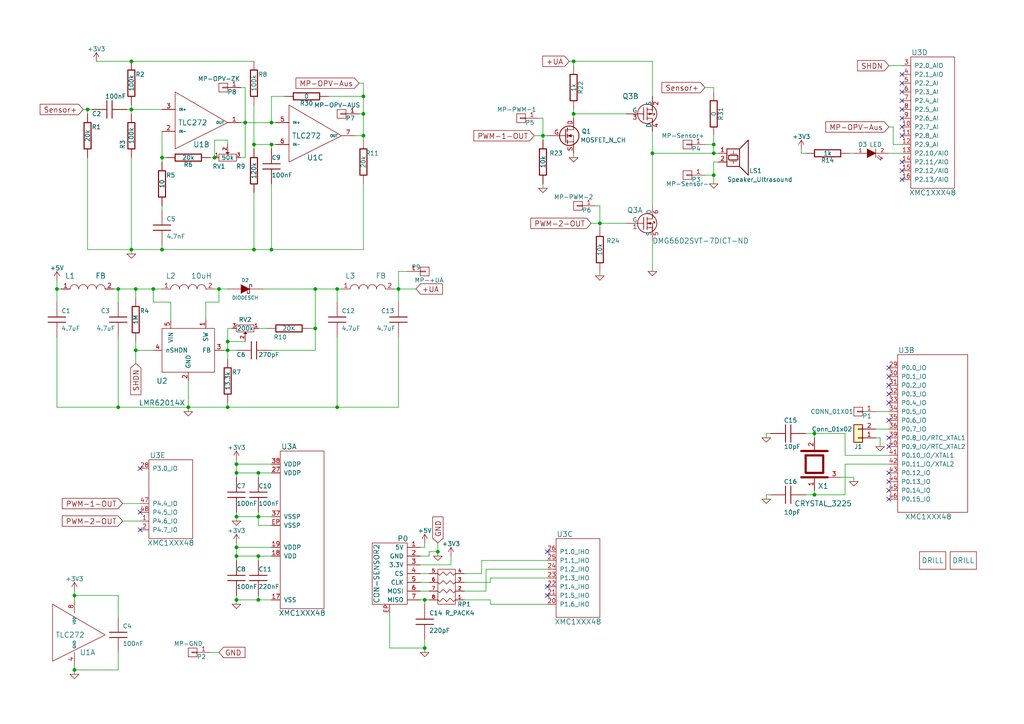
<source format=kicad_sch>
(kicad_sch (version 20230121) (generator eeschema)
  (paper "A4")
  (lib_symbols
    (symbol "Ultraschallsensor-rescue:+3.3V" (power) (pin_names (offset 0))
      (property "Value" "+3.3V" (at 0 3.556 0))
      (symbol "+3.3V_1_1"
        (pin power_in line (at 0 0 90) (length 0) hide (name "+3V3") (number "1"))
      )
    )
    (symbol "Ultraschallsensor-rescue:+5V" (power) (pin_names (offset 0))
      (property "Value" "+5V" (at 0 3.556 0))
      (symbol "+5V_1_1"
        (pin power_in line (at 0 0 90) (length 0) hide (name "+5V") (number "1"))
      )
    )
    (symbol "Ultraschallsensor-rescue:C" (pin_numbers hide) (pin_names (offset 0.254))
      (property "Reference" "C" (at 1.27 2.54 0))
      (property "Value" "C" (at 1.27 -2.54 0))
      (symbol "C_1_1"
        (pin passive line (at 0 5.08 270) (length 4.318) (name "~") (number "1"))
        (pin passive line (at 0 -5.08 90) (length 4.318) (name "~") (number "2"))
      )
    )
    (symbol "Ultraschallsensor-rescue:CON-SENSOR2" (pin_names (offset 1.016))
      (property "Reference" "P" (at -3.81 10.16 0))
      (property "Value" "CON-SENSOR2" (at 3.81 0 90))
      (symbol "CON-SENSOR2_1_1"
        (pin passive line (at -8.89 7.62 0) (length 3.81) (name "5V") (number "1"))
        (pin passive line (at -8.89 5.08 0) (length 3.81) (name "GND") (number "2"))
        (pin passive line (at -8.89 2.54 0) (length 3.81) (name "3.3V") (number "3"))
        (pin passive line (at -8.89 0 0) (length 3.81) (name "CS") (number "4"))
        (pin passive line (at -8.89 -2.54 0) (length 3.81) (name "CLK") (number "5"))
        (pin passive line (at -8.89 -5.08 0) (length 3.81) (name "MOSI") (number "6"))
        (pin passive line (at -8.89 -7.62 0) (length 3.81) (name "MISO") (number "7"))
        (pin passive line (at 0 -11.43 90) (length 2.54) (name "~") (number "EP"))
      )
    )
    (symbol "Ultraschallsensor-rescue:CONN_01X01" (pin_names (offset 1.016) hide)
      (property "Reference" "P" (at 0 2.54 0))
      (property "Value" "CONN_01X01" (at 2.54 0 90))
      (symbol "CONN_01X01_1_1"
        (pin passive line (at -5.08 0 0) (length 3.81) (name "P1") (number "1"))
      )
    )
    (symbol "Ultraschallsensor-rescue:CRYSTAL_3225" (pin_names (offset 1.016))
      (property "Reference" "X" (at -5.08 6.35 0))
      (property "Value" "CRYSTAL_3225" (at 6.35 -6.35 0))
      (symbol "CRYSTAL_3225_1_1"
        (pin passive line (at -7.62 0 0) (length 3.81) (name "~") (number "1"))
        (pin passive line (at 7.62 0 180) (length 3.81) (name "~") (number "2"))
        (pin passive line (at -3.81 -7.62 90) (length 3.81) (name "~") (number "3"))
      )
    )
    (symbol "Ultraschallsensor-rescue:Conn_01x02" (pin_names (offset 1.016) hide)
      (property "Reference" "J" (at 0 2.54 0))
      (property "Value" "Conn_01x02" (at 0 -5.08 0))
      (symbol "Conn_01x02_1_1"
        (pin passive line (at -5.08 0 0) (length 3.81) (name "Pin_1") (number "1"))
        (pin passive line (at -5.08 -2.54 0) (length 3.81) (name "Pin_2") (number "2"))
      )
    )
    (symbol "Ultraschallsensor-rescue:DIODESCH" (pin_numbers hide) (pin_names (offset 1.016) hide)
      (property "Reference" "D" (at 0 2.54 0))
      (property "Value" "DIODESCH" (at 0 -2.54 0))
      (symbol "DIODESCH_1_1"
        (pin passive line (at -5.08 0 0) (length 3.81) (name "A") (number "1"))
        (pin passive line (at 5.08 0 180) (length 3.81) (name "K") (number "2"))
      )
    )
    (symbol "Ultraschallsensor-rescue:DRILL" (pin_numbers hide) (pin_names (offset 0) hide)
      (property "Value" "DRILL" (at 0 0 0))
    )
    (symbol "Ultraschallsensor-rescue:GND" (power) (pin_names (offset 0))
      (symbol "GND_1_1"
        (pin power_in line (at 0 0 90) (length 0) hide (name "GND") (number "1"))
      )
    )
    (symbol "Ultraschallsensor-rescue:INDUCTOR" (pin_names (offset 1.016))
      (property "Reference" "L" (at 0 2.54 0))
      (property "Value" "INDUCTOR" (at 0 -2.54 0))
      (symbol "INDUCTOR_1_1"
        (pin input line (at -7.62 0 0) (length 2.54) (name "~") (number "1"))
        (pin input line (at 7.62 0 180) (length 2.54) (name "~") (number "2"))
      )
    )
    (symbol "Ultraschallsensor-rescue:LED" (pin_names (offset 1.016) hide)
      (property "Reference" "D" (at 0 2.54 0))
      (property "Value" "LED" (at 0 -2.54 0))
      (symbol "LED_1_1"
        (pin passive line (at -5.08 0 0) (length 3.81) (name "A") (number "1"))
        (pin passive line (at 5.08 0 180) (length 3.81) (name "K") (number "2"))
      )
    )
    (symbol "Ultraschallsensor-rescue:LMR62014X" (pin_names (offset 1.016))
      (property "Reference" "U" (at -7.62 -7.62 0))
      (property "Value" "LMR62014X" (at 7.62 -7.62 0))
      (symbol "LMR62014X_1_1"
        (pin input line (at 5.08 8.89 270) (length 2.54) (name "SW") (number "1"))
        (pin input line (at 0 -8.89 90) (length 2.54) (name "GND") (number "2"))
        (pin input line (at 10.16 0 180) (length 2.54) (name "FB") (number "3"))
        (pin input line (at -10.16 0 0) (length 2.54) (name "nSHDN") (number "4"))
        (pin input line (at -5.08 8.89 270) (length 2.54) (name "VIN") (number "5"))
      )
    )
    (symbol "Ultraschallsensor-rescue:MOSFET_N_CH" (pin_names (offset 0) hide)
      (property "Reference" "Q" (at 7.62 1.27 0))
      (property "Value" "MOSFET_N_CH" (at 17.78 -1.27 0))
      (symbol "MOSFET_N_CH_1_1"
        (pin passive line (at 2.54 5.08 270) (length 2.54) (name "D") (number "D"))
        (pin input line (at -5.08 0 0) (length 5.334) (name "G") (number "G"))
        (pin passive line (at 2.54 -5.08 90) (length 2.54) (name "S") (number "S"))
      )
    )
    (symbol "Ultraschallsensor-rescue:MOSFET_N_P_CH" (pin_names (offset 0))
      (property "Reference" "Q" (at -4.064 -5.08 0))
      (property "Value" "MOSFET_N_P_CH" (at -0.762 -8.128 0))
      (symbol "MOSFET_N_P_CH_1_0"
        (text "N" (at 3.048 0.254 0) (effects (font (size 0.6096 0.6096))))
      )
      (symbol "MOSFET_N_P_CH_1_1"
        (pin input line (at -5.08 0 0) (length 5.08) (name "G") (number "1"))
        (pin bidirectional line (at 2.54 -5.08 90) (length 4.0894) (name "S") (number "5"))
        (pin bidirectional line (at 2.54 5.08 270) (length 3.5052) (name "D") (number "6"))
      )
      (symbol "MOSFET_N_P_CH_2_0"
        (text "P" (at 3.048 0.254 0) (effects (font (size 0.6096 0.6096))))
      )
      (symbol "MOSFET_N_P_CH_2_1"
        (pin bidirectional line (at 2.54 -5.08 90) (length 4.0894) (name "S") (number "2"))
        (pin input line (at -5.08 0 0) (length 5.08) (name "G") (number "3"))
        (pin bidirectional line (at 2.54 5.08 270) (length 3.5052) (name "D") (number "4"))
      )
    )
    (symbol "Ultraschallsensor-rescue:POT" (pin_names (offset 1.016) hide)
      (property "Reference" "RV" (at 0 -2.032 0))
      (property "Value" "POT" (at 0 0 0))
      (symbol "POT_1_1"
        (pin passive line (at -3.81 0 0) (length 1.27) (name "1") (number "1"))
        (pin passive line (at 0 3.81 270) (length 2.54) (name "2") (number "2"))
        (pin passive line (at 3.81 0 180) (length 1.27) (name "3") (number "3"))
      )
    )
    (symbol "Ultraschallsensor-rescue:R" (pin_numbers hide) (pin_names (offset 0))
      (property "Reference" "R" (at 2.032 0 90))
      (property "Value" "R" (at 0 0 90))
      (symbol "R_1_1"
        (pin passive line (at 0 6.35 270) (length 2.54) (name "~") (number "1"))
        (pin passive line (at 0 -6.35 90) (length 2.54) (name "~") (number "2"))
      )
    )
    (symbol "Ultraschallsensor-rescue:R_PACK4" (pin_names hide)
      (property "Reference" "RP" (at 0 11.43 0))
      (property "Value" "R_PACK4" (at 0 -1.27 0))
      (symbol "R_PACK4_1_1"
        (pin passive line (at -5.08 8.89 0) (length 2.54) (name "P1") (number "1"))
        (pin passive line (at -5.08 6.35 0) (length 2.54) (name "P2") (number "2"))
        (pin passive line (at -5.08 3.81 0) (length 2.54) (name "P3") (number "3"))
        (pin passive line (at -5.08 1.27 0) (length 2.54) (name "P4") (number "4"))
        (pin passive line (at 5.08 1.27 180) (length 2.54) (name "R4") (number "5"))
        (pin passive line (at 5.08 3.81 180) (length 2.54) (name "R3") (number "6"))
        (pin passive line (at 5.08 6.35 180) (length 2.54) (name "R2") (number "7"))
        (pin passive line (at 5.08 8.89 180) (length 2.54) (name "R1") (number "8"))
      )
    )
    (symbol "Ultraschallsensor-rescue:Speaker_Ultrasound" (pin_names (offset 0) hide)
      (property "Reference" "LS" (at 0.635 5.715 0))
      (property "Value" "Speaker_Ultrasound" (at 0.635 3.81 0))
      (symbol "Speaker_Ultrasound_1_1"
        (pin input line (at -5.08 0 0) (length 2.54) (name "1") (number "1"))
        (pin input line (at -5.08 -2.54 0) (length 2.54) (name "2") (number "2"))
      )
    )
    (symbol "Ultraschallsensor-rescue:TLC272" (pin_names (offset 1.016))
      (property "Reference" "U" (at -7.62 11.43 0))
      (property "Value" "TLC272" (at -2.54 0 0))
      (symbol "TLC272_1_1"
        (pin power_in line (at -1.27 -8.89 90) (length 3.81) (name "GND") (number "4"))
        (pin power_in line (at -1.27 10.16 270) (length 3.81) (name "VDD") (number "8"))
      )
      (symbol "TLC272_2_1"
        (pin output line (at 11.43 0 180) (length 3.81) (name "OUT") (number "1"))
        (pin input line (at -11.43 -2.54 0) (length 3.81) (name "IN-") (number "2"))
        (pin input line (at -11.43 3.81 0) (length 3.81) (name "IN+") (number "3"))
      )
      (symbol "TLC272_3_1"
        (pin input line (at -11.43 3.81 0) (length 3.81) (name "IN+") (number "5"))
        (pin input line (at -11.43 -2.54 0) (length 3.81) (name "IN-") (number "6"))
        (pin output line (at 11.43 0 180) (length 3.81) (name "OUT") (number "7"))
      )
    )
    (symbol "Ultraschallsensor-rescue:XMC1XXX48" (pin_names (offset 1.016))
      (property "Reference" "U" (at -3.81 24.13 0))
      (property "Value" "XMC1XXX48" (at 0 -25.4 0))
      (symbol "XMC1XXX48_1_1"
        (pin passive line (at -8.89 -20.32 0) (length 2.54) (name "VSS") (number "17"))
        (pin passive line (at -8.89 -7.62 0) (length 2.54) (name "VDD") (number "18"))
        (pin passive line (at -8.89 -5.08 0) (length 2.54) (name "VDDP") (number "19"))
        (pin passive line (at -8.89 16.51 0) (length 2.54) (name "VDDP") (number "27"))
        (pin passive line (at -8.89 3.81 0) (length 2.54) (name "VSSP") (number "37"))
        (pin passive line (at -8.89 19.05 0) (length 2.54) (name "VDDP") (number "38"))
        (pin passive line (at -8.89 1.27 0) (length 2.54) (name "VSSP") (number "EP"))
      )
      (symbol "XMC1XXX48_2_1"
        (pin passive line (at -8.89 19.05 0) (length 2.54) (name "P0.0_IO") (number "29"))
        (pin passive line (at -8.89 16.51 0) (length 2.54) (name "P0.1_IO") (number "30"))
        (pin passive line (at -8.89 13.97 0) (length 2.54) (name "P0.2_IO") (number "31"))
        (pin passive line (at -8.89 11.43 0) (length 2.54) (name "P0.3_IO") (number "32"))
        (pin passive line (at -8.89 8.89 0) (length 2.54) (name "P0.4_IO") (number "33"))
        (pin passive line (at -8.89 6.35 0) (length 2.54) (name "P0.5_IO") (number "34"))
        (pin passive line (at -8.89 3.81 0) (length 2.54) (name "P0.6_IO") (number "35"))
        (pin passive line (at -8.89 1.27 0) (length 2.54) (name "P0.7_IO") (number "36"))
        (pin passive line (at -8.89 -1.27 0) (length 2.54) (name "P0.8_IO/RTC_XTAL1") (number "39"))
        (pin passive line (at -8.89 -3.81 0) (length 2.54) (name "P0.9_IO/RTC_XTAL2") (number "40"))
        (pin passive line (at -8.89 -6.35 0) (length 2.54) (name "P0.10_IO/XTAL1") (number "41"))
        (pin passive line (at -8.89 -8.89 0) (length 2.54) (name "P0.11_IO/XTAL2") (number "42"))
        (pin passive line (at -8.89 -11.43 0) (length 2.54) (name "P0.12_IO") (number "43"))
        (pin passive line (at -8.89 -13.97 0) (length 2.54) (name "P0.13_IO") (number "44"))
        (pin passive line (at -8.89 -16.51 0) (length 2.54) (name "P0.14_IO") (number "45"))
        (pin passive line (at -8.89 -19.05 0) (length 2.54) (name "P0.15_IO") (number "46"))
      )
      (symbol "XMC1XXX48_3_1"
        (pin passive line (at -8.89 -7.62 0) (length 2.54) (name "P1.6_IHO") (number "20"))
        (pin passive line (at -8.89 -5.08 0) (length 2.54) (name "P1.5_IHO") (number "21"))
        (pin passive line (at -8.89 -2.54 0) (length 2.54) (name "P1.4_IHO") (number "22"))
        (pin passive line (at -8.89 0 0) (length 2.54) (name "P1.3_IHO") (number "23"))
        (pin passive line (at -8.89 2.54 0) (length 2.54) (name "P1.2_IHO") (number "24"))
        (pin passive line (at -8.89 5.08 0) (length 2.54) (name "P1.1_IHO") (number "25"))
        (pin passive line (at -8.89 7.62 0) (length 2.54) (name "P1.0_IHO") (number "26"))
      )
      (symbol "XMC1XXX48_4_1"
        (pin passive line (at -8.89 -5.08 0) (length 2.54) (name "P2.7_AI") (number "10"))
        (pin passive line (at -8.89 -7.62 0) (length 2.54) (name "P2.8_AI") (number "11"))
        (pin passive line (at -8.89 -10.16 0) (length 2.54) (name "P2.9_AI") (number "12"))
        (pin passive line (at -8.89 -12.7 0) (length 2.54) (name "P2.10/AIO") (number "13"))
        (pin passive line (at -8.89 -15.24 0) (length 2.54) (name "P2.11/AIO") (number "14"))
        (pin passive line (at -8.89 -17.78 0) (length 2.54) (name "P2.12/AIO") (number "15"))
        (pin passive line (at -8.89 -20.32 0) (length 2.54) (name "P2.13/AIO") (number "16"))
        (pin passive line (at -8.89 12.7 0) (length 2.54) (name "P2.0_AIO") (number "3"))
        (pin passive line (at -8.89 10.16 0) (length 2.54) (name "P2.1_AIO") (number "4"))
        (pin passive line (at -8.89 7.62 0) (length 2.54) (name "P2.2_AI") (number "5"))
        (pin passive line (at -8.89 5.08 0) (length 2.54) (name "P2.3_AI") (number "6"))
        (pin passive line (at -8.89 2.54 0) (length 2.54) (name "P2.4_AI") (number "7"))
        (pin passive line (at -8.89 0 0) (length 2.54) (name "P2.5_AI") (number "8"))
        (pin passive line (at -8.89 -2.54 0) (length 2.54) (name "P2.6_AI") (number "9"))
      )
      (symbol "XMC1XXX48_5_1"
        (pin passive line (at -8.89 -7.62 0) (length 2.54) (name "P4.6_IO") (number "1"))
        (pin passive line (at -8.89 -10.16 0) (length 2.54) (name "P4.7_IO") (number "2"))
        (pin passive line (at -8.89 7.62 0) (length 2.54) (name "P3.0_IO") (number "28"))
        (pin passive line (at -8.89 -2.54 0) (length 2.54) (name "P4.4_IO") (number "47"))
        (pin passive line (at -8.89 -5.08 0) (length 2.54) (name "P4.5_IO") (number "48"))
      )
    )
  )
  (junction (at 97.79 118.11))
  (junction (at 21.59 172.72))
  (junction (at 44.45 83.82))
  (junction (at 38.1 72.39))
  (junction (at 78.74 72.39))
  (junction (at 66.04 99.06))
  (junction (at 236.22 143.51))
  (junction (at 66.04 118.11))
  (junction (at 166.37 33.02))
  (junction (at 16.51 83.82))
  (junction (at 74.93 137.16))
  (junction (at 78.74 41.91))
  (junction (at 68.58 137.16))
  (junction (at 71.12 35.56))
  (junction (at 74.93 173.99))
  (junction (at 38.1 17.78))
  (junction (at 115.57 83.82))
  (junction (at 127 160.02))
  (junction (at 73.66 72.39))
  (junction (at 189.23 44.45))
  (junction (at 25.4 31.75))
  (junction (at 236.22 125.73))
  (junction (at 68.58 149.86))
  (junction (at 73.66 41.91))
  (junction (at 123.19 173.99))
  (junction (at 63.5 83.82))
  (junction (at 207.01 44.45))
  (junction (at 46.99 45.72))
  (junction (at 66.04 101.6))
  (junction (at 105.41 39.37))
  (junction (at 207.01 41.91))
  (junction (at 68.58 134.62))
  (junction (at 74.93 149.86))
  (junction (at 34.29 83.82))
  (junction (at 68.58 161.29))
  (junction (at 21.59 194.31))
  (junction (at 78.74 35.56))
  (junction (at 39.37 83.82))
  (junction (at 39.37 101.6))
  (junction (at 97.79 83.82))
  (junction (at 157.48 39.37))
  (junction (at 105.41 27.94))
  (junction (at 166.37 17.78))
  (junction (at 207.01 50.8))
  (junction (at 91.44 95.25))
  (junction (at 105.41 33.02))
  (junction (at 34.29 118.11))
  (junction (at 173.99 64.77))
  (junction (at 46.99 72.39))
  (junction (at 74.93 161.29))
  (junction (at 68.58 158.75))
  (junction (at 68.58 173.99))
  (junction (at 62.23 45.72))
  (junction (at 123.19 187.96))
  (junction (at 91.44 83.82))
  (junction (at 54.61 118.11))
  (junction (at 38.1 31.75))
  (no_connect (at 261.62 39.37))
  (no_connect (at 261.62 36.83))
  (no_connect (at 261.62 21.59))
  (no_connect (at 257.81 144.78))
  (no_connect (at 257.81 111.76))
  (no_connect (at 261.62 31.75))
  (no_connect (at 257.81 129.54))
  (no_connect (at 257.81 109.22))
  (no_connect (at 261.62 34.29))
  (no_connect (at 257.81 114.3))
  (no_connect (at 261.62 26.67))
  (no_connect (at 257.81 127))
  (no_connect (at 158.75 172.72))
  (no_connect (at 158.75 170.18))
  (no_connect (at 257.81 116.84))
  (no_connect (at 40.64 153.67))
  (no_connect (at 261.62 24.13))
  (no_connect (at 158.75 160.02))
  (no_connect (at 261.62 29.21))
  (no_connect (at 257.81 142.24))
  (no_connect (at 261.62 46.99))
  (no_connect (at 257.81 106.68))
  (no_connect (at 40.64 148.59))
  (no_connect (at 257.81 121.92))
  (no_connect (at 257.81 139.7))
  (no_connect (at 257.81 137.16))
  (no_connect (at 40.64 135.89))
  (no_connect (at 261.62 52.07))
  (no_connect (at 261.62 49.53))
  (wire (pts (xy 243.84 138.43) (xy 247.65 138.43)))
  (wire (pts (xy 74.93 173.99) (xy 78.74 173.99)))
  (wire (pts (xy 105.41 39.37) (xy 102.87 39.37)))
  (wire (pts (xy 115.57 78.74) (xy 115.57 83.82)))
  (wire (pts (xy 123.19 173.99) (xy 124.46 173.99)))
  (wire (pts (xy 25.4 31.75) (xy 26.67 31.75)))
  (wire (pts (xy 21.59 194.31) (xy 21.59 195.58)))
  (wire (pts (xy 142.24 167.64) (xy 142.24 168.91)))
  (wire (pts (xy 134.62 173.99) (xy 142.24 173.99)))
  (wire (pts (xy 173.99 59.69) (xy 173.99 64.77)))
  (wire (pts (xy 189.23 69.85) (xy 189.23 78.74)))
  (wire (pts (xy 25.4 72.39) (xy 38.1 72.39)))
  (wire (pts (xy 68.58 134.62) (xy 78.74 134.62)))
  (wire (pts (xy 66.04 116.84) (xy 66.04 118.11)))
  (wire (pts (xy 66.04 101.6) (xy 66.04 104.14)))
  (wire (pts (xy 91.44 101.6) (xy 78.74 101.6)))
  (wire (pts (xy 123.19 158.75) (xy 123.19 157.48)))
  (wire (pts (xy 105.41 72.39) (xy 105.41 53.34)))
  (wire (pts (xy 54.61 118.11) (xy 66.04 118.11)))
  (wire (pts (xy 46.99 60.96) (xy 46.99 59.69)))
  (wire (pts (xy 121.92 163.83) (xy 130.81 163.83)))
  (wire (pts (xy 68.58 157.48) (xy 68.58 158.75)))
  (wire (pts (xy 21.59 193.04) (xy 21.59 194.31)))
  (wire (pts (xy 78.74 72.39) (xy 105.41 72.39)))
  (wire (pts (xy 259.08 41.91) (xy 259.08 36.83)))
  (wire (pts (xy 59.69 92.71) (xy 59.69 87.63)))
  (wire (pts (xy 104.14 24.13) (xy 105.41 24.13)))
  (wire (pts (xy 34.29 87.63) (xy 34.29 83.82)))
  (wire (pts (xy 68.58 137.16) (xy 74.93 137.16)))
  (wire (pts (xy 78.74 72.39) (xy 78.74 53.34)))
  (wire (pts (xy 71.12 25.4) (xy 71.12 35.56)))
  (wire (pts (xy 142.24 167.64) (xy 158.75 167.64)))
  (wire (pts (xy 68.58 173.99) (xy 74.93 173.99)))
  (wire (pts (xy 66.04 40.64) (xy 66.04 41.91)))
  (wire (pts (xy 74.93 95.25) (xy 77.47 95.25)))
  (wire (pts (xy 68.58 148.59) (xy 68.58 149.86)))
  (wire (pts (xy 16.51 83.82) (xy 16.51 87.63)))
  (wire (pts (xy 166.37 17.78) (xy 189.23 17.78)))
  (wire (pts (xy 46.99 72.39) (xy 73.66 72.39)))
  (wire (pts (xy 121.92 173.99) (xy 123.19 173.99)))
  (wire (pts (xy 68.58 137.16) (xy 68.58 138.43)))
  (wire (pts (xy 74.93 149.86) (xy 74.93 152.4)))
  (wire (pts (xy 97.79 83.82) (xy 99.06 83.82)))
  (wire (pts (xy 74.93 149.86) (xy 78.74 149.86)))
  (wire (pts (xy 139.7 162.56) (xy 158.75 162.56)))
  (wire (pts (xy 121.92 166.37) (xy 124.46 166.37)))
  (wire (pts (xy 157.48 34.29) (xy 157.48 39.37)))
  (wire (pts (xy 257.81 44.45) (xy 261.62 44.45)))
  (wire (pts (xy 39.37 83.82) (xy 44.45 83.82)))
  (wire (pts (xy 171.45 64.77) (xy 173.99 64.77)))
  (wire (pts (xy 16.51 83.82) (xy 17.78 83.82)))
  (wire (pts (xy 245.11 132.08) (xy 257.81 132.08)))
  (wire (pts (xy 105.41 33.02) (xy 105.41 39.37)))
  (wire (pts (xy 97.79 83.82) (xy 97.79 87.63)))
  (wire (pts (xy 38.1 31.75) (xy 46.99 31.75)))
  (wire (pts (xy 64.77 101.6) (xy 66.04 101.6)))
  (wire (pts (xy 76.2 83.82) (xy 91.44 83.82)))
  (wire (pts (xy 66.04 95.25) (xy 67.31 95.25)))
  (wire (pts (xy 27.94 17.78) (xy 38.1 17.78)))
  (wire (pts (xy 74.93 148.59) (xy 74.93 149.86)))
  (wire (pts (xy 257.81 124.46) (xy 254 124.46)))
  (wire (pts (xy 68.58 149.86) (xy 74.93 149.86)))
  (wire (pts (xy 173.99 78.74) (xy 173.99 80.01)))
  (wire (pts (xy 39.37 101.6) (xy 39.37 105.41)))
  (wire (pts (xy 233.68 143.51) (xy 236.22 143.51)))
  (wire (pts (xy 54.61 118.11) (xy 54.61 119.38)))
  (wire (pts (xy 71.12 99.06) (xy 66.04 99.06)))
  (wire (pts (xy 123.19 187.96) (xy 123.19 189.23)))
  (wire (pts (xy 245.11 143.51) (xy 245.11 134.62)))
  (wire (pts (xy 25.4 31.75) (xy 25.4 33.02)))
  (wire (pts (xy 236.22 125.73) (xy 245.11 125.73)))
  (wire (pts (xy 34.29 172.72) (xy 34.29 179.07)))
  (wire (pts (xy 68.58 161.29) (xy 68.58 162.56)))
  (wire (pts (xy 74.93 137.16) (xy 78.74 137.16)))
  (wire (pts (xy 91.44 83.82) (xy 91.44 95.25)))
  (wire (pts (xy 166.37 17.78) (xy 166.37 19.05)))
  (wire (pts (xy 44.45 87.63) (xy 44.45 83.82)))
  (wire (pts (xy 78.74 43.18) (xy 78.74 41.91)))
  (wire (pts (xy 46.99 72.39) (xy 46.99 71.12)))
  (wire (pts (xy 130.81 163.83) (xy 130.81 161.29)))
  (wire (pts (xy 91.44 83.82) (xy 97.79 83.82)))
  (wire (pts (xy 44.45 83.82) (xy 46.99 83.82)))
  (wire (pts (xy 73.66 72.39) (xy 78.74 72.39)))
  (wire (pts (xy 207.01 25.4) (xy 204.47 25.4)))
  (wire (pts (xy 207.01 50.8) (xy 207.01 53.34)))
  (wire (pts (xy 140.97 165.1) (xy 158.75 165.1)))
  (wire (pts (xy 68.58 133.35) (xy 68.58 134.62)))
  (wire (pts (xy 222.25 125.73) (xy 223.52 125.73)))
  (wire (pts (xy 127 160.02) (xy 127 161.29)))
  (wire (pts (xy 59.69 87.63) (xy 63.5 87.63)))
  (wire (pts (xy 34.29 83.82) (xy 39.37 83.82)))
  (wire (pts (xy 66.04 99.06) (xy 66.04 101.6)))
  (wire (pts (xy 105.41 39.37) (xy 105.41 40.64)))
  (wire (pts (xy 157.48 39.37) (xy 157.48 40.64)))
  (wire (pts (xy 154.94 39.37) (xy 157.48 39.37)))
  (wire (pts (xy 104.14 33.02) (xy 105.41 33.02)))
  (wire (pts (xy 74.93 161.29) (xy 74.93 162.56)))
  (wire (pts (xy 105.41 24.13) (xy 105.41 27.94)))
  (wire (pts (xy 68.58 173.99) (xy 68.58 175.26)))
  (wire (pts (xy 124.46 161.29) (xy 124.46 160.02)))
  (wire (pts (xy 90.17 95.25) (xy 91.44 95.25)))
  (wire (pts (xy 140.97 165.1) (xy 140.97 171.45)))
  (wire (pts (xy 97.79 118.11) (xy 115.57 118.11)))
  (wire (pts (xy 207.01 41.91) (xy 207.01 44.45)))
  (wire (pts (xy 173.99 64.77) (xy 173.99 66.04)))
  (wire (pts (xy 34.29 194.31) (xy 21.59 194.31)))
  (wire (pts (xy 78.74 27.94) (xy 78.74 35.56)))
  (wire (pts (xy 142.24 173.99) (xy 142.24 175.26)))
  (wire (pts (xy 173.99 64.77) (xy 181.61 64.77)))
  (wire (pts (xy 78.74 35.56) (xy 80.01 35.56)))
  (wire (pts (xy 54.61 110.49) (xy 54.61 118.11)))
  (wire (pts (xy 222.25 127) (xy 222.25 125.73)))
  (wire (pts (xy 74.93 152.4) (xy 78.74 152.4)))
  (wire (pts (xy 157.48 39.37) (xy 158.75 39.37)))
  (wire (pts (xy 63.5 87.63) (xy 63.5 83.82)))
  (wire (pts (xy 16.51 81.28) (xy 16.51 83.82)))
  (wire (pts (xy 36.83 31.75) (xy 38.1 31.75)))
  (wire (pts (xy 115.57 118.11) (xy 115.57 97.79)))
  (wire (pts (xy 121.92 158.75) (xy 123.19 158.75)))
  (wire (pts (xy 166.37 33.02) (xy 181.61 33.02)))
  (wire (pts (xy 121.92 171.45) (xy 124.46 171.45)))
  (wire (pts (xy 254 127) (xy 255.27 127)))
  (wire (pts (xy 38.1 45.72) (xy 38.1 72.39)))
  (wire (pts (xy 139.7 166.37) (xy 134.62 166.37)))
  (wire (pts (xy 245.11 125.73) (xy 245.11 132.08)))
  (wire (pts (xy 21.59 172.72) (xy 34.29 172.72)))
  (wire (pts (xy 166.37 31.75) (xy 166.37 33.02)))
  (wire (pts (xy 33.02 83.82) (xy 34.29 83.82)))
  (wire (pts (xy 73.66 30.48) (xy 73.66 41.91)))
  (wire (pts (xy 245.11 134.62) (xy 257.81 134.62)))
  (wire (pts (xy 142.24 175.26) (xy 158.75 175.26)))
  (wire (pts (xy 82.55 27.94) (xy 78.74 27.94)))
  (wire (pts (xy 255.27 127) (xy 255.27 129.54)))
  (wire (pts (xy 189.23 17.78) (xy 189.23 27.94)))
  (wire (pts (xy 62.23 45.72) (xy 60.96 45.72)))
  (wire (pts (xy 233.68 44.45) (xy 232.41 44.45)))
  (wire (pts (xy 207.01 26.67) (xy 207.01 25.4)))
  (wire (pts (xy 189.23 44.45) (xy 189.23 59.69)))
  (wire (pts (xy 34.29 118.11) (xy 54.61 118.11)))
  (wire (pts (xy 24.13 31.75) (xy 25.4 31.75)))
  (wire (pts (xy 204.47 41.91) (xy 207.01 41.91)))
  (wire (pts (xy 78.74 41.91) (xy 80.01 41.91)))
  (wire (pts (xy 68.58 134.62) (xy 68.58 137.16)))
  (wire (pts (xy 66.04 101.6) (xy 68.58 101.6)))
  (wire (pts (xy 254 119.38) (xy 257.81 119.38)))
  (wire (pts (xy 95.25 27.94) (xy 105.41 27.94)))
  (wire (pts (xy 142.24 168.91) (xy 134.62 168.91)))
  (wire (pts (xy 66.04 118.11) (xy 97.79 118.11)))
  (wire (pts (xy 74.93 161.29) (xy 78.74 161.29)))
  (wire (pts (xy 46.99 45.72) (xy 46.99 46.99)))
  (wire (pts (xy 71.12 35.56) (xy 78.74 35.56)))
  (wire (pts (xy 207.01 46.99) (xy 207.01 50.8)))
  (wire (pts (xy 38.1 72.39) (xy 46.99 72.39)))
  (wire (pts (xy 74.93 173.99) (xy 74.93 172.72)))
  (wire (pts (xy 38.1 31.75) (xy 38.1 33.02)))
  (wire (pts (xy 39.37 86.36) (xy 39.37 83.82)))
  (wire (pts (xy 124.46 168.91) (xy 121.92 168.91)))
  (wire (pts (xy 69.85 35.56) (xy 71.12 35.56)))
  (wire (pts (xy 105.41 27.94) (xy 105.41 33.02)))
  (wire (pts (xy 208.28 46.99) (xy 207.01 46.99)))
  (wire (pts (xy 68.58 161.29) (xy 74.93 161.29)))
  (wire (pts (xy 189.23 44.45) (xy 207.01 44.45)))
  (wire (pts (xy 259.08 36.83) (xy 257.81 36.83)))
  (wire (pts (xy 207.01 44.45) (xy 208.28 44.45)))
  (wire (pts (xy 46.99 45.72) (xy 48.26 45.72)))
  (wire (pts (xy 246.38 44.45) (xy 247.65 44.45)))
  (wire (pts (xy 113.03 187.96) (xy 123.19 187.96)))
  (wire (pts (xy 207.01 50.8) (xy 204.47 50.8)))
  (wire (pts (xy 39.37 99.06) (xy 39.37 101.6)))
  (wire (pts (xy 78.74 158.75) (xy 68.58 158.75)))
  (wire (pts (xy 25.4 45.72) (xy 25.4 72.39)))
  (wire (pts (xy 166.37 44.45) (xy 166.37 45.72)))
  (wire (pts (xy 16.51 118.11) (xy 34.29 118.11)))
  (wire (pts (xy 157.48 53.34) (xy 157.48 54.61)))
  (wire (pts (xy 97.79 97.79) (xy 97.79 118.11)))
  (wire (pts (xy 157.48 34.29) (xy 156.21 34.29)))
  (wire (pts (xy 38.1 17.78) (xy 73.66 17.78)))
  (wire (pts (xy 232.41 44.45) (xy 232.41 43.18)))
  (wire (pts (xy 49.53 92.71) (xy 49.53 87.63)))
  (wire (pts (xy 62.23 45.72) (xy 62.23 40.64)))
  (wire (pts (xy 74.93 138.43) (xy 74.93 137.16)))
  (wire (pts (xy 124.46 160.02) (xy 127 160.02)))
  (wire (pts (xy 140.97 171.45) (xy 134.62 171.45)))
  (wire (pts (xy 127 157.48) (xy 127 160.02)))
  (wire (pts (xy 71.12 25.4) (xy 69.85 25.4)))
  (wire (pts (xy 34.29 97.79) (xy 34.29 118.11)))
  (wire (pts (xy 233.68 125.73) (xy 236.22 125.73)))
  (wire (pts (xy 44.45 101.6) (xy 39.37 101.6)))
  (wire (pts (xy 73.66 41.91) (xy 78.74 41.91)))
  (wire (pts (xy 236.22 143.51) (xy 245.11 143.51)))
  (wire (pts (xy 21.59 172.72) (xy 21.59 173.99)))
  (wire (pts (xy 165.1 17.78) (xy 166.37 17.78)))
  (wire (pts (xy 68.58 172.72) (xy 68.58 173.99)))
  (wire (pts (xy 236.22 142.24) (xy 236.22 143.51)))
  (wire (pts (xy 123.19 185.42) (xy 123.19 187.96)))
  (wire (pts (xy 40.64 151.13) (xy 35.56 151.13)))
  (wire (pts (xy 68.58 158.75) (xy 68.58 161.29)))
  (wire (pts (xy 60.96 189.23) (xy 63.5 189.23)))
  (wire (pts (xy 68.58 149.86) (xy 68.58 151.13)))
  (wire (pts (xy 71.12 35.56) (xy 71.12 45.72)))
  (wire (pts (xy 121.92 161.29) (xy 124.46 161.29)))
  (wire (pts (xy 49.53 87.63) (xy 44.45 87.63)))
  (wire (pts (xy 114.3 83.82) (xy 115.57 83.82)))
  (wire (pts (xy 173.99 59.69) (xy 172.72 59.69)))
  (wire (pts (xy 62.23 40.64) (xy 66.04 40.64)))
  (wire (pts (xy 261.62 41.91) (xy 259.08 41.91)))
  (wire (pts (xy 16.51 97.79) (xy 16.51 118.11)))
  (wire (pts (xy 123.19 175.26) (xy 123.19 173.99)))
  (wire (pts (xy 73.66 41.91) (xy 73.66 43.18)))
  (wire (pts (xy 247.65 138.43) (xy 247.65 139.7)))
  (wire (pts (xy 62.23 83.82) (xy 63.5 83.82)))
  (wire (pts (xy 166.37 33.02) (xy 166.37 34.29)))
  (wire (pts (xy 236.22 125.73) (xy 236.22 127)))
  (wire (pts (xy 40.64 146.05) (xy 35.56 146.05)))
  (wire (pts (xy 207.01 39.37) (xy 207.01 41.91)))
  (wire (pts (xy 46.99 38.1) (xy 46.99 45.72)))
  (wire (pts (xy 222.25 143.51) (xy 223.52 143.51)))
  (wire (pts (xy 71.12 45.72) (xy 69.85 45.72)))
  (wire (pts (xy 66.04 95.25) (xy 66.04 99.06)))
  (wire (pts (xy 63.5 83.82) (xy 66.04 83.82)))
  (wire (pts (xy 189.23 38.1) (xy 189.23 44.45)))
  (wire (pts (xy 91.44 95.25) (xy 91.44 101.6)))
  (wire (pts (xy 38.1 72.39) (xy 38.1 73.66)))
  (wire (pts (xy 115.57 83.82) (xy 120.65 83.82)))
  (wire (pts (xy 222.25 144.78) (xy 222.25 143.51)))
  (wire (pts (xy 21.59 171.45) (xy 21.59 172.72)))
  (wire (pts (xy 257.81 19.05) (xy 261.62 19.05)))
  (wire (pts (xy 38.1 30.48) (xy 38.1 31.75)))
  (wire (pts (xy 73.66 72.39) (xy 73.66 55.88)))
  (wire (pts (xy 115.57 83.82) (xy 115.57 87.63)))
  (wire (pts (xy 115.57 78.74) (xy 118.11 78.74)))
  (wire (pts (xy 139.7 162.56) (xy 139.7 166.37)))
  (wire (pts (xy 34.29 189.23) (xy 34.29 194.31)))
  (wire (pts (xy 113.03 187.96) (xy 113.03 177.8)))
  (global_label "PWM-1-OUT" (shape input) (at 35.56 146.05 180) (effects (font (size 1.524 1.524))) (property "Intersheetrefs" "${INTERSHEET_REFS}" (effects hide)))
  (global_label "SHDN" (shape input) (at 257.81 19.05 180) (effects (font (size 1.524 1.524))) (property "Intersheetrefs" "${INTERSHEET_REFS}" (effects hide)))
  (global_label "MP-OPV-Aus" (shape input) (at 257.81 36.83 180) (effects (font (size 1.524 1.524))) (property "Intersheetrefs" "${INTERSHEET_REFS}" (effects hide)))
  (global_label "+UA" (shape input) (at 165.1 17.78 180) (effects (font (size 1.524 1.524))) (property "Intersheetrefs" "${INTERSHEET_REFS}" (effects hide)))
  (global_label "SHDN" (shape input) (at 39.37 105.41 270) (effects (font (size 1.524 1.524))) (property "Intersheetrefs" "${INTERSHEET_REFS}" (effects hide)))
  (global_label "PWM-2-OUT" (shape input) (at 35.56 151.13 180) (effects (font (size 1.524 1.524))) (property "Intersheetrefs" "${INTERSHEET_REFS}" (effects hide)))
  (global_label "PWM-1-OUT" (shape input) (at 154.94 39.37 180) (effects (font (size 1.524 1.524))) (property "Intersheetrefs" "${INTERSHEET_REFS}" (effects hide)))
  (global_label "PWM-2-OUT" (shape input) (at 171.45 64.77 180) (effects (font (size 1.524 1.524))) (property "Intersheetrefs" "${INTERSHEET_REFS}" (effects hide)))
  (global_label "GND" (shape input) (at 63.5 189.23 0) (effects (font (size 1.524 1.524))) (property "Intersheetrefs" "${INTERSHEET_REFS}" (effects hide)))
  (global_label "GND" (shape input) (at 127 157.48 90) (effects (font (size 1.524 1.524))) (property "Intersheetrefs" "${INTERSHEET_REFS}" (effects hide)))
  (global_label "+UA" (shape input) (at 120.65 83.82 0) (effects (font (size 1.524 1.524))) (property "Intersheetrefs" "${INTERSHEET_REFS}" (effects hide)))
  (global_label "Sensor+" (shape input) (at 204.47 25.4 180) (effects (font (size 1.524 1.524))) (property "Intersheetrefs" "${INTERSHEET_REFS}" (effects hide)))
  (global_label "MP-OPV-Aus" (shape input) (at 104.14 24.13 180) (effects (font (size 1.524 1.524))) (property "Intersheetrefs" "${INTERSHEET_REFS}" (effects hide)))
  (global_label "Sensor+" (shape input) (at 24.13 31.75 180) (effects (font (size 1.524 1.524))) (property "Intersheetrefs" "${INTERSHEET_REFS}" (effects hide)))
  (symbol (lib_id "Ultraschallsensor-rescue:TLC272") (at 22.86 184.15 0) (unit 1)
    (property "Reference" "U1" (at 25.4 189.23 0) (effects (font (size 1.524 1.524))))
    (property "Value" "TLC272" (at 20.32 184.15 0) (effects (font (size 1.524 1.524))))
    (property "Footprint" "kicad-libraries:TSSOP8" (effects hide))
  )
  (symbol (lib_id "Ultraschallsensor-rescue:TLC272") (at 58.42 35.56 0) (unit 2)
    (property "Reference" "U1" (at 58.42 41.91 0) (effects (font (size 1.524 1.524))))
    (property "Value" "TLC272" (at 55.88 35.56 0) (effects (font (size 1.524 1.524))))
    (property "Footprint" "kicad-libraries:TSSOP8" (effects hide))
  )
  (symbol (lib_id "Ultraschallsensor-rescue:TLC272") (at 91.44 39.37 0) (unit 3)
    (property "Reference" "U1" (at 91.44 45.72 0) (effects (font (size 1.524 1.524))))
    (property "Value" "TLC272" (at 88.9 39.37 0) (effects (font (size 1.524 1.524))))
    (property "Footprint" "kicad-libraries:TSSOP8" (effects hide))
  )
  (symbol (lib_id "Ultraschallsensor-rescue:C") (at 31.75 31.75 270) (unit 1)
    (property "Reference" "C2" (at 26.67 33.02 90) (effects (justify left)))
    (property "Value" "100nF" (at 30.48 27.94 90) (effects (justify left)))
    (property "Footprint" "kicad-libraries:C0603F" (effects hide))
  )
  (symbol (lib_id "Ultraschallsensor-rescue:R") (at 38.1 24.13 0) (unit 1)
    (property "Reference" "R2" (at 40.64 21.59 0))
    (property "Value" "100k" (at 38.1 24.13 90))
    (property "Footprint" "kicad-libraries:R0603F" (effects hide))
  )
  (symbol (lib_id "Ultraschallsensor-rescue:R") (at 73.66 24.13 0) (unit 1)
    (property "Reference" "R8" (at 76.2 21.59 0))
    (property "Value" "100k" (at 73.66 24.13 90))
    (property "Footprint" "kicad-libraries:R0603F" (effects hide))
  )
  (symbol (lib_id "Ultraschallsensor-rescue:R") (at 25.4 39.37 0) (unit 1)
    (property "Reference" "R1" (at 27.94 36.83 0))
    (property "Value" "20k" (at 25.4 39.37 90))
    (property "Footprint" "kicad-libraries:R0603F" (effects hide))
  )
  (symbol (lib_id "Ultraschallsensor-rescue:R") (at 38.1 39.37 0) (unit 1)
    (property "Reference" "R3" (at 35.56 41.91 90))
    (property "Value" "100k" (at 38.1 39.37 90))
    (property "Footprint" "kicad-libraries:R0603F" (effects hide))
  )
  (symbol (lib_id "Ultraschallsensor-rescue:R") (at 54.61 45.72 270) (unit 1)
    (property "Reference" "R6" (at 54.61 47.752 90))
    (property "Value" "20k" (at 54.61 45.72 90))
    (property "Footprint" "kicad-libraries:R0603F" (effects hide))
  )
  (symbol (lib_id "Ultraschallsensor-rescue:R") (at 46.99 53.34 0) (unit 1)
    (property "Reference" "R5" (at 49.53 50.8 0))
    (property "Value" "10" (at 46.99 53.34 90))
    (property "Footprint" "kicad-libraries:R0603F" (effects hide))
  )
  (symbol (lib_id "Ultraschallsensor-rescue:R") (at 73.66 49.53 0) (unit 1)
    (property "Reference" "R9" (at 69.85 48.26 0))
    (property "Value" "120k" (at 73.66 49.53 90))
    (property "Footprint" "kicad-libraries:R0603F" (effects hide))
  )
  (symbol (lib_id "Ultraschallsensor-rescue:R") (at 105.41 46.99 0) (unit 1)
    (property "Reference" "R11" (at 107.95 44.45 0))
    (property "Value" "20k" (at 105.41 46.99 90))
    (property "Footprint" "kicad-libraries:R0603F" (effects hide))
  )
  (symbol (lib_id "Ultraschallsensor-rescue:C") (at 34.29 184.15 0) (unit 1)
    (property "Reference" "C4" (at 35.56 181.61 0) (effects (justify left)))
    (property "Value" "100nF" (at 35.56 186.69 0) (effects (justify left)))
    (property "Footprint" "kicad-libraries:C0603F" (effects hide))
  )
  (symbol (lib_id "Ultraschallsensor-rescue:C") (at 78.74 48.26 0) (unit 1)
    (property "Reference" "C9" (at 78.74 45.72 0) (effects (justify left)))
    (property "Value" "100nF" (at 78.74 50.8 0) (effects (justify left)))
    (property "Footprint" "kicad-libraries:C0603F" (effects hide))
  )
  (symbol (lib_id "Ultraschallsensor-rescue:C") (at 46.99 66.04 0) (unit 1)
    (property "Reference" "C5" (at 48.26 63.5 0) (effects (justify left)))
    (property "Value" "4.7nF" (at 48.26 68.58 0) (effects (justify left)))
    (property "Footprint" "kicad-libraries:C0603F" (effects hide))
  )
  (symbol (lib_id "Ultraschallsensor-rescue:+3.3V") (at 27.94 17.78 0) (unit 1)
    (property "Reference" "#PWR01" (effects hide))
    (property "Value" "+3.3V" (at 27.94 14.224 0))
  )
  (symbol (lib_id "Ultraschallsensor-rescue:+3.3V") (at 21.59 171.45 0) (unit 1)
    (property "Reference" "#PWR02" (effects hide))
    (property "Value" "+3.3V" (at 21.59 167.894 0))
  )
  (symbol (lib_id "Ultraschallsensor-rescue:GND") (at 21.59 195.58 0) (unit 1)
    (property "Reference" "#PWR03" (effects hide))
    (property "Value" "GND" (effects hide))
  )
  (symbol (lib_id "Ultraschallsensor-rescue:R") (at 39.37 92.71 0) (unit 1)
    (property "Reference" "R4" (at 41.91 90.17 0))
    (property "Value" "1M" (at 39.37 92.71 90))
    (property "Footprint" "kicad-libraries:R0603F" (effects hide))
  )
  (symbol (lib_id "Ultraschallsensor-rescue:R") (at 83.82 95.25 270) (unit 1)
    (property "Reference" "R10" (at 81.28 97.79 90))
    (property "Value" "20K" (at 83.82 95.25 90))
    (property "Footprint" "kicad-libraries:R0603F" (effects hide))
  )
  (symbol (lib_id "Ultraschallsensor-rescue:R") (at 66.04 110.49 0) (unit 1)
    (property "Reference" "R7" (at 68.58 107.95 0))
    (property "Value" "13.3k" (at 66.04 110.49 90))
    (property "Footprint" "kicad-libraries:R0603F" (effects hide))
  )
  (symbol (lib_id "Ultraschallsensor-rescue:INDUCTOR") (at 25.4 83.82 0) (unit 1)
    (property "Reference" "L1" (at 20.32 80.01 0) (effects (font (size 1.524 1.524))))
    (property "Value" "FB" (at 29.21 80.01 0) (effects (font (size 1.524 1.524))))
    (property "Footprint" "kicad-libraries:C0603F" (effects hide))
  )
  (symbol (lib_id "Ultraschallsensor-rescue:INDUCTOR") (at 106.68 83.82 0) (unit 1)
    (property "Reference" "L3" (at 101.6 80.01 0) (effects (font (size 1.524 1.524))))
    (property "Value" "FB" (at 110.49 80.01 0) (effects (font (size 1.524 1.524))))
    (property "Footprint" "kicad-libraries:C0603F" (effects hide))
  )
  (symbol (lib_id "Ultraschallsensor-rescue:INDUCTOR") (at 54.61 83.82 0) (unit 1)
    (property "Reference" "L2" (at 49.53 80.01 0) (effects (font (size 1.524 1.524))))
    (property "Value" "10uH" (at 58.42 80.01 0) (effects (font (size 1.524 1.524))))
    (property "Footprint" "kicad-libraries:NR3030" (effects hide))
  )
  (symbol (lib_id "Ultraschallsensor-rescue:C") (at 73.66 101.6 270) (unit 1)
    (property "Reference" "C6" (at 68.58 102.87 90) (effects (justify left)))
    (property "Value" "270pF" (at 74.93 102.87 90) (effects (justify left)))
    (property "Footprint" "kicad-libraries:C0603F" (effects hide))
  )
  (symbol (lib_id "Ultraschallsensor-rescue:C") (at 34.29 92.71 0) (unit 1)
    (property "Reference" "C3" (at 29.21 90.17 0) (effects (justify left)))
    (property "Value" "4.7uF" (at 27.94 95.25 0) (effects (justify left)))
    (property "Footprint" "kicad-libraries:C0805" (effects hide))
  )
  (symbol (lib_id "Ultraschallsensor-rescue:C") (at 16.51 92.71 0) (unit 1)
    (property "Reference" "C1" (at 17.78 90.17 0) (effects (justify left)))
    (property "Value" "4.7uF" (at 17.78 95.25 0) (effects (justify left)))
    (property "Footprint" "kicad-libraries:C0805" (effects hide))
  )
  (symbol (lib_id "Ultraschallsensor-rescue:C") (at 97.79 92.71 0) (unit 1)
    (property "Reference" "C12" (at 99.06 90.17 0) (effects (justify left)))
    (property "Value" "4.7uF" (at 99.06 95.25 0) (effects (justify left)))
    (property "Footprint" "kicad-libraries:C0805" (effects hide))
  )
  (symbol (lib_id "Ultraschallsensor-rescue:C") (at 115.57 92.71 0) (unit 1)
    (property "Reference" "C13" (at 110.49 90.17 0) (effects (justify left)))
    (property "Value" "4.7uF" (at 109.22 95.25 0) (effects (justify left)))
    (property "Footprint" "kicad-libraries:C0805" (effects hide))
  )
  (symbol (lib_id "Ultraschallsensor-rescue:+5V") (at 16.51 81.28 0) (unit 1)
    (property "Reference" "#PWR04" (effects hide))
    (property "Value" "+5V" (at 16.51 77.724 0))
  )
  (symbol (lib_id "Ultraschallsensor-rescue:LMR62014X") (at 54.61 101.6 0) (unit 1)
    (property "Reference" "U2" (at 46.99 110.49 0) (effects (font (size 1.524 1.524))))
    (property "Value" "LMR62014X" (at 46.99 116.84 0) (effects (font (size 1.524 1.524))))
    (property "Footprint" "kicad-libraries:SOT23-5" (effects hide))
  )
  (symbol (lib_id "Ultraschallsensor-rescue:DIODESCH") (at 71.12 83.82 0) (unit 1)
    (property "Reference" "D2" (at 71.12 81.28 0) (effects (font (size 1.016 1.016))))
    (property "Value" "DIODESCH" (at 71.12 86.36 0) (effects (font (size 1.016 1.016))))
    (property "Footprint" "kicad-libraries:SOD-123" (effects hide))
  )
  (symbol (lib_id "Ultraschallsensor-rescue:GND") (at 54.61 119.38 0) (unit 1)
    (property "Reference" "#PWR05" (effects hide))
    (property "Value" "GND" (effects hide))
  )
  (symbol (lib_id "Ultraschallsensor-rescue:XMC1XXX48") (at 266.7 125.73 0) (unit 2)
    (property "Reference" "U3" (at 262.89 101.6 0) (effects (font (size 1.524 1.524))))
    (property "Value" "XMC1XXX48" (at 269.24 149.86 0) (effects (font (size 1.524 1.524))))
    (property "Footprint" "kicad-libraries:QFN48-EP2" (effects hide))
  )
  (symbol (lib_id "Ultraschallsensor-rescue:XMC1XXX48") (at 270.51 31.75 0) (unit 4)
    (property "Reference" "U3" (at 266.7 15.24 0) (effects (font (size 1.524 1.524))))
    (property "Value" "XMC1XXX48" (at 270.51 55.88 0) (effects (font (size 1.524 1.524))))
    (property "Footprint" "kicad-libraries:QFN48-EP2" (effects hide))
  )
  (symbol (lib_id "Ultraschallsensor-rescue:XMC1XXX48") (at 167.64 167.64 0) (unit 3)
    (property "Reference" "U3" (at 163.83 154.94 0) (effects (font (size 1.524 1.524))))
    (property "Value" "XMC1XXX48" (at 167.64 180.34 0) (effects (font (size 1.524 1.524))))
    (property "Footprint" "kicad-libraries:QFN48-EP2" (effects hide))
  )
  (symbol (lib_id "Ultraschallsensor-rescue:XMC1XXX48") (at 49.53 143.51 0) (unit 5)
    (property "Reference" "U3" (at 45.72 132.08 0) (effects (font (size 1.524 1.524))))
    (property "Value" "XMC1XXX48" (at 49.53 157.48 0) (effects (font (size 1.524 1.524))))
    (property "Footprint" "kicad-libraries:QFN48-EP2" (effects hide))
  )
  (symbol (lib_id "Ultraschallsensor-rescue:XMC1XXX48") (at 87.63 153.67 0) (unit 1)
    (property "Reference" "U3" (at 83.82 129.54 0) (effects (font (size 1.524 1.524))))
    (property "Value" "XMC1XXX48" (at 87.63 177.8 0) (effects (font (size 1.524 1.524))))
    (property "Footprint" "kicad-libraries:QFN48-EP2" (effects hide))
  )
  (symbol (lib_id "Ultraschallsensor-rescue:DRILL") (at 279.4 162.56 0) (unit 1)
    (property "Reference" "U5" (effects hide))
    (property "Value" "DRILL" (at 279.4 162.56 0) (effects (font (size 1.524 1.524))))
    (property "Footprint" "kicad-libraries:DRILL_NP" (effects hide))
  )
  (symbol (lib_id "Ultraschallsensor-rescue:DRILL") (at 270.51 162.56 0) (unit 1)
    (property "Reference" "U4" (effects hide))
    (property "Value" "DRILL" (at 270.51 162.56 0) (effects (font (size 1.524 1.524))))
    (property "Footprint" "kicad-libraries:DRILL_NP" (effects hide))
  )
  (symbol (lib_id "Ultraschallsensor-rescue:CON-SENSOR2") (at 113.03 166.37 0) (mirror y) (unit 1)
    (property "Reference" "P0" (at 116.84 156.21 0) (effects (font (size 1.524 1.524))))
    (property "Value" "CON-SENSOR2" (at 109.22 166.37 90) (effects (font (size 1.524 1.524))))
    (property "Footprint" "kicad-libraries:CON-SENSOR2" (effects hide))
  )
  (symbol (lib_id "Ultraschallsensor-rescue:R_PACK4") (at 129.54 165.1 180) (unit 1)
    (property "Reference" "RP1" (at 134.62 175.26 0))
    (property "Value" "R_PACK4" (at 133.35 177.8 0))
    (property "Footprint" "kicad-libraries:4X0402" (effects hide))
  )
  (symbol (lib_id "Ultraschallsensor-rescue:C") (at 123.19 180.34 0) (unit 1)
    (property "Reference" "C14" (at 124.46 177.8 0) (effects (justify left)))
    (property "Value" "220pF" (at 124.46 182.88 0) (effects (justify left)))
    (property "Footprint" "kicad-libraries:C0402F" (effects hide))
  )
  (symbol (lib_id "Ultraschallsensor-rescue:GND") (at 123.19 189.23 0) (unit 1)
    (property "Reference" "#PWR06" (effects hide))
    (property "Value" "GND" (effects hide))
  )
  (symbol (lib_id "Ultraschallsensor-rescue:GND") (at 68.58 175.26 0) (unit 1)
    (property "Reference" "#PWR07" (effects hide))
    (property "Value" "GND" (effects hide))
  )
  (symbol (lib_id "Ultraschallsensor-rescue:GND") (at 68.58 151.13 0) (unit 1)
    (property "Reference" "#PWR08" (effects hide))
    (property "Value" "GND" (effects hide))
  )
  (symbol (lib_id "Ultraschallsensor-rescue:+3.3V") (at 68.58 157.48 0) (unit 1)
    (property "Reference" "#PWR09" (effects hide))
    (property "Value" "+3.3V" (at 68.58 153.924 0))
  )
  (symbol (lib_id "Ultraschallsensor-rescue:+3.3V") (at 68.58 133.35 0) (unit 1)
    (property "Reference" "#PWR010" (effects hide))
    (property "Value" "+3.3V" (at 68.58 129.794 0))
  )
  (symbol (lib_id "Ultraschallsensor-rescue:C") (at 68.58 143.51 0) (unit 1)
    (property "Reference" "C7" (at 68.58 140.97 0) (effects (justify left)))
    (property "Value" "100nF" (at 68.58 146.05 0) (effects (justify left)))
    (property "Footprint" "kicad-libraries:C0603F" (effects hide))
  )
  (symbol (lib_id "Ultraschallsensor-rescue:C") (at 74.93 143.51 0) (unit 1)
    (property "Reference" "C10" (at 74.93 140.97 0) (effects (justify left)))
    (property "Value" "100nF" (at 74.93 146.05 0) (effects (justify left)))
    (property "Footprint" "kicad-libraries:C0603F" (effects hide))
  )
  (symbol (lib_id "Ultraschallsensor-rescue:C") (at 68.58 167.64 0) (unit 1)
    (property "Reference" "C8" (at 68.58 165.1 0) (effects (justify left)))
    (property "Value" "100nF" (at 68.58 170.18 0) (effects (justify left)))
    (property "Footprint" "kicad-libraries:C0603F" (effects hide))
  )
  (symbol (lib_id "Ultraschallsensor-rescue:C") (at 74.93 167.64 0) (unit 1)
    (property "Reference" "C11" (at 74.93 165.1 0) (effects (justify left)))
    (property "Value" "220nF" (at 74.93 170.18 0) (effects (justify left)))
    (property "Footprint" "kicad-libraries:C0603F" (effects hide))
  )
  (symbol (lib_id "Ultraschallsensor-rescue:CRYSTAL_3225") (at 236.22 134.62 90) (unit 1)
    (property "Reference" "X1" (at 238.76 140.97 90) (effects (font (size 1.524 1.524))))
    (property "Value" "CRYSTAL_3225" (at 238.76 146.05 90) (effects (font (size 1.524 1.524))))
    (property "Footprint" "kicad-libraries:CRYSTAL_3225" (effects hide))
  )
  (symbol (lib_id "Ultraschallsensor-rescue:C") (at 228.6 125.73 270) (unit 1)
    (property "Reference" "C15" (at 227.33 121.92 90) (effects (justify left)))
    (property "Value" "10pF" (at 227.33 129.54 90) (effects (justify left)))
    (property "Footprint" "kicad-libraries:C0603F" (effects hide))
  )
  (symbol (lib_id "Ultraschallsensor-rescue:C") (at 228.6 143.51 270) (unit 1)
    (property "Reference" "C16" (at 227.33 139.7 90) (effects (justify left)))
    (property "Value" "10pF" (at 227.33 148.59 90) (effects (justify left)))
    (property "Footprint" "kicad-libraries:C0603F" (effects hide))
  )
  (symbol (lib_id "Ultraschallsensor-rescue:Conn_01x02") (at 248.92 127 180) (unit 1)
    (property "Reference" "J1" (at 248.92 129.54 0))
    (property "Value" "Conn_01x02" (at 241.3 124.46 0))
    (property "Footprint" "kicad-libraries:SolderJumper" (effects hide))
  )
  (symbol (lib_id "Ultraschallsensor-rescue:GND") (at 247.65 139.7 0) (unit 1)
    (property "Reference" "#PWR011" (effects hide))
    (property "Value" "GND" (effects hide))
  )
  (symbol (lib_id "Ultraschallsensor-rescue:GND") (at 222.25 144.78 0) (unit 1)
    (property "Reference" "#PWR012" (effects hide))
    (property "Value" "GND" (effects hide))
  )
  (symbol (lib_id "Ultraschallsensor-rescue:GND") (at 222.25 127 0) (unit 1)
    (property "Reference" "#PWR013" (effects hide))
    (property "Value" "GND" (effects hide))
  )
  (symbol (lib_id "Ultraschallsensor-rescue:LED") (at 252.73 44.45 0) (unit 1)
    (property "Reference" "D3" (at 250.19 41.91 0))
    (property "Value" "LED" (at 254 41.91 0))
    (property "Footprint" "kicad-libraries:D0603E" (effects hide))
  )
  (symbol (lib_id "Ultraschallsensor-rescue:+3.3V") (at 232.41 43.18 0) (unit 1)
    (property "Reference" "#PWR014" (effects hide))
    (property "Value" "+3.3V" (at 232.41 39.624 0))
  )
  (symbol (lib_id "Ultraschallsensor-rescue:Speaker_Ultrasound") (at 213.36 44.45 0) (unit 1)
    (property "Reference" "LS1" (at 220.98 49.53 0) (effects (justify right)))
    (property "Value" "Speaker_Ultrasound" (at 229.87 52.07 0) (effects (justify right)))
    (property "Footprint" "kicad-libraries:PIN_ARRAY_2X1" (effects hide))
  )
  (symbol (lib_id "Ultraschallsensor-rescue:MOSFET_N_CH") (at 163.83 39.37 0) (unit 1)
    (property "Reference" "Q1" (at 171.45 38.1 0) (effects (justify right)))
    (property "Value" "MOSFET_N_CH" (at 181.61 40.64 0) (effects (justify right)))
    (property "Footprint" "kicad-libraries:SOT23GDS" (effects hide))
  )
  (symbol (lib_id "Ultraschallsensor-rescue:GND") (at 255.27 129.54 0) (unit 1)
    (property "Reference" "#PWR015" (effects hide))
    (property "Value" "GND" (effects hide))
  )
  (symbol (lib_id "Ultraschallsensor-rescue:+3.3V") (at 130.81 161.29 0) (unit 1)
    (property "Reference" "#PWR016" (effects hide))
    (property "Value" "+3.3V" (at 130.81 157.734 0))
  )
  (symbol (lib_id "Ultraschallsensor-rescue:+5V") (at 123.19 157.48 0) (unit 1)
    (property "Reference" "#PWR017" (effects hide))
    (property "Value" "+5V" (at 123.19 153.924 0))
  )
  (symbol (lib_id "Ultraschallsensor-rescue:GND") (at 127 161.29 0) (unit 1)
    (property "Reference" "#PWR018" (effects hide))
    (property "Value" "GND" (effects hide))
  )
  (symbol (lib_id "Ultraschallsensor-rescue:GND") (at 189.23 78.74 0) (unit 1)
    (property "Reference" "#PWR019" (effects hide))
    (property "Value" "GND" (effects hide))
  )
  (symbol (lib_id "Ultraschallsensor-rescue:R") (at 240.03 44.45 270) (unit 1)
    (property "Reference" "R14" (at 240.03 46.482 90))
    (property "Value" "1k" (at 240.03 44.45 90))
    (property "Footprint" "kicad-libraries:R0603F" (effects hide))
  )
  (symbol (lib_id "Ultraschallsensor-rescue:GND") (at 166.37 45.72 0) (unit 1)
    (property "Reference" "#PWR020" (effects hide))
    (property "Value" "GND" (effects hide))
  )
  (symbol (lib_id "Ultraschallsensor-rescue:GND") (at 207.01 53.34 0) (unit 1)
    (property "Reference" "#PWR021" (effects hide))
    (property "Value" "GND" (effects hide))
  )
  (symbol (lib_id "Ultraschallsensor-rescue:R") (at 166.37 25.4 0) (unit 1)
    (property "Reference" "R22" (at 168.402 25.4 90))
    (property "Value" "1k" (at 166.37 25.4 90))
    (property "Footprint" "kicad-libraries:1206E" (effects hide))
  )
  (symbol (lib_id "Ultraschallsensor-rescue:MOSFET_N_P_CH") (at 186.69 64.77 0) (unit 1)
    (property "Reference" "Q3" (at 184.15 60.96 0) (effects (font (size 1.524 1.524))))
    (property "Value" "DMG6602SVT-7DICT-ND" (at 203.2 69.85 0) (effects (font (size 1.524 1.524))))
    (property "Footprint" "kicad-libraries:SOT23-6" (effects hide))
  )
  (symbol (lib_id "Ultraschallsensor-rescue:MOSFET_N_P_CH") (at 186.69 33.02 0) (mirror x) (unit 2)
    (property "Reference" "Q3" (at 182.88 27.94 0) (effects (font (size 1.524 1.524))))
    (property "Value" "DMG6602SVT-7DICT-ND" (effects hide))
    (property "Footprint" "kicad-libraries:SOT23-6" (effects hide))
  )
  (symbol (lib_id "Ultraschallsensor-rescue:CONN_01X01") (at 248.92 119.38 180) (unit 1)
    (property "Reference" "P1" (at 251.46 120.65 0))
    (property "Value" "CONN_01X01" (at 241.3 119.38 0))
    (property "Footprint" "kicad-libraries:CONN_1" (effects hide))
  )
  (symbol (lib_id "Ultraschallsensor-rescue:CONN_01X01") (at 199.39 41.91 180) (unit 1)
    (property "Reference" "P4" (at 201.93 43.18 0))
    (property "Value" "MP-Sensor+" (at 198.12 39.37 0))
    (property "Footprint" "kicad-libraries:DEBUG_PAD" (effects hide))
  )
  (symbol (lib_id "Ultraschallsensor-rescue:CONN_01X01") (at 199.39 50.8 180) (unit 1)
    (property "Reference" "P3" (at 201.93 52.07 0))
    (property "Value" "MP-Sensor-" (at 199.39 53.34 0))
    (property "Footprint" "kicad-libraries:DEBUG_PAD" (effects hide))
  )
  (symbol (lib_id "Ultraschallsensor-rescue:CONN_01X01") (at 64.77 25.4 180) (unit 1)
    (property "Reference" "P8" (at 67.31 26.67 0))
    (property "Value" "MP-OPV-ZK" (at 63.5 22.86 0))
    (property "Footprint" "kicad-libraries:CONN_1" (effects hide))
  )
  (symbol (lib_id "Ultraschallsensor-rescue:CONN_01X01") (at 99.06 33.02 180) (unit 1)
    (property "Reference" "P7" (at 101.6 34.29 0))
    (property "Value" "MP-OPV-AUS" (at 97.79 30.48 0))
    (property "Footprint" "kicad-libraries:CONN_1" (effects hide))
  )
  (symbol (lib_id "Ultraschallsensor-rescue:CONN_01X01") (at 151.13 34.29 180) (unit 1)
    (property "Reference" "P5" (at 153.67 35.56 0))
    (property "Value" "MP-PWM-1" (at 149.86 31.75 0))
    (property "Footprint" "kicad-libraries:DEBUG_PAD" (effects hide))
  )
  (symbol (lib_id "Ultraschallsensor-rescue:CONN_01X01") (at 167.64 59.69 180) (unit 1)
    (property "Reference" "P6" (at 170.18 60.96 0))
    (property "Value" "MP-PWM-2" (at 166.37 57.15 0))
    (property "Footprint" "kicad-libraries:DEBUG_PAD" (effects hide))
  )
  (symbol (lib_id "Ultraschallsensor-rescue:CONN_01X01") (at 123.19 78.74 0) (unit 1)
    (property "Reference" "P9" (at 120.65 77.47 0))
    (property "Value" "MP-+UA" (at 124.46 81.28 0))
    (property "Footprint" "kicad-libraries:CONN_1" (effects hide))
  )
  (symbol (lib_id "Ultraschallsensor-rescue:R") (at 88.9 27.94 270) (unit 1)
    (property "Reference" "R30" (at 88.9 29.972 90))
    (property "Value" "0" (at 88.9 27.94 90))
    (property "Footprint" "kicad-libraries:R0603F" (effects hide))
  )
  (symbol (lib_id "Ultraschallsensor-rescue:POT") (at 71.12 95.25 180) (unit 1)
    (property "Reference" "RV2" (at 71.12 92.71 0))
    (property "Value" "200k" (at 71.12 95.25 0))
    (property "Footprint" "kicad-libraries:ST4" (effects hide))
  )
  (symbol (lib_id "Ultraschallsensor-rescue:POT") (at 66.04 45.72 0) (unit 1)
    (property "Reference" "RV1" (at 63.5 48.26 0))
    (property "Value" "50k" (at 66.04 45.72 0))
    (property "Footprint" "kicad-libraries:ST4" (effects hide))
  )
  (symbol (lib_id "Ultraschallsensor-rescue:CONN_01X01") (at 55.88 189.23 180) (unit 1)
    (property "Reference" "P2" (at 58.42 190.5 0))
    (property "Value" "MP-GND" (at 54.61 186.69 0))
    (property "Footprint" "kicad-libraries:CONN_1" (effects hide))
  )
  (symbol (lib_id "Ultraschallsensor-rescue:R") (at 173.99 72.39 0) (unit 1)
    (property "Reference" "R24" (at 177.8 69.85 0))
    (property "Value" "10k" (at 173.99 72.39 90))
    (property "Footprint" "kicad-libraries:R0603F" (effects hide))
  )
  (symbol (lib_id "Ultraschallsensor-rescue:R") (at 157.48 46.99 0) (unit 1)
    (property "Reference" "R23" (at 161.29 44.45 0))
    (property "Value" "10k" (at 157.48 46.99 90))
    (property "Footprint" "kicad-libraries:R0603F" (effects hide))
  )
  (symbol (lib_id "Ultraschallsensor-rescue:R") (at 207.01 33.02 0) (unit 1)
    (property "Reference" "R31" (at 209.042 33.02 90))
    (property "Value" "0" (at 207.01 33.02 90))
    (property "Footprint" "kicad-libraries:R0603F" (effects hide))
  )
  (symbol (lib_id "Ultraschallsensor-rescue:GND") (at 173.99 80.01 0) (unit 1)
    (property "Reference" "#PWR022" (effects hide))
    (property "Value" "GND" (effects hide))
  )
  (symbol (lib_id "Ultraschallsensor-rescue:GND") (at 157.48 54.61 0) (unit 1)
    (property "Reference" "#PWR023" (effects hide))
    (property "Value" "GND" (effects hide))
  )
  (symbol (lib_id "Ultraschallsensor-rescue:GND") (at 38.1 73.66 0) (unit 1)
    (property "Reference" "#PWR024" (effects hide))
    (property "Value" "GND" (effects hide))
  )
)
</source>
